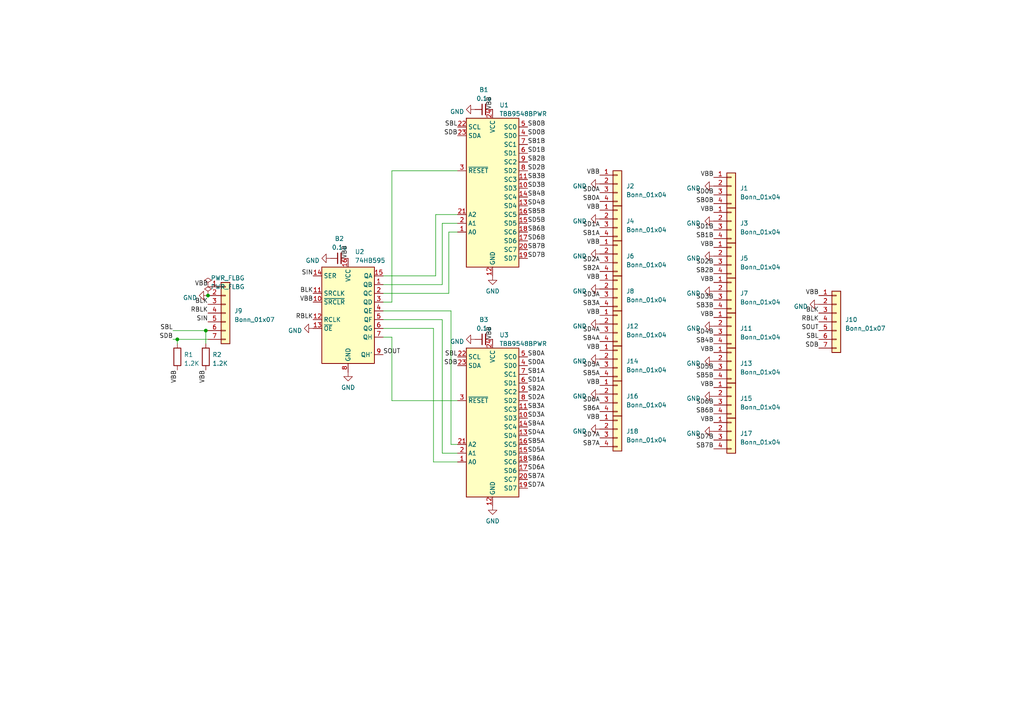
<source format=kicad_sch>
(kicad_sch (version 20230121) (generator eeschema)
  (paper "A4")
  (lib_symbols
    (symbol "74xx:74HC595"
      (property "Reference" "U" (at -7.62 13.97 0))
      (property "Value" "74HC595" (at -7.62 -16.51 0))
      (symbol "74HC595_1_0"
        (pin tri_state line (at 10.16 7.62 180) (length 2.54) (name "QB") (number "1"))
        (pin input line (at -10.16 2.54 0) (length 2.54) (name "~{SRCLR}") (number "10"))
        (pin input line (at -10.16 5.08 0) (length 2.54) (name "SRCLK") (number "11"))
        (pin input line (at -10.16 -2.54 0) (length 2.54) (name "RCLK") (number "12"))
        (pin input line (at -10.16 -5.08 0) (length 2.54) (name "~{OE}") (number "13"))
        (pin input line (at -10.16 10.16 0) (length 2.54) (name "SER") (number "14"))
        (pin tri_state line (at 10.16 10.16 180) (length 2.54) (name "QA") (number "15"))
        (pin power_in line (at 0 15.24 270) (length 2.54) (name "VCC") (number "16"))
        (pin tri_state line (at 10.16 5.08 180) (length 2.54) (name "QC") (number "2"))
        (pin tri_state line (at 10.16 2.54 180) (length 2.54) (name "QD") (number "3"))
        (pin tri_state line (at 10.16 0 180) (length 2.54) (name "QE") (number "4"))
        (pin tri_state line (at 10.16 -2.54 180) (length 2.54) (name "QF") (number "5"))
        (pin tri_state line (at 10.16 -5.08 180) (length 2.54) (name "QG") (number "6"))
        (pin tri_state line (at 10.16 -7.62 180) (length 2.54) (name "QH") (number "7"))
        (pin power_in line (at 0 -17.78 90) (length 2.54) (name "GND") (number "8"))
        (pin output line (at 10.16 -12.7 180) (length 2.54) (name "QH'") (number "9"))
      )
      (symbol "74HC595_1_1"
        (rectangle (start -7.62 12.7) (end 7.62 -15.24) (stroke (width 0.254)) (fill (type background)))
      )
    )
    (symbol "Connector_Generic:Conn_01x04" (pin_names (offset 1.016) hide)
      (property "Reference" "J" (at 0 5.08 0))
      (property "Value" "Conn_01x04" (at 0 -7.62 0))
      (symbol "Conn_01x04_1_1"
        (rectangle (start -1.27 -4.953) (end 0 -5.207) (stroke (width 0.1524)))
        (rectangle (start -1.27 -2.413) (end 0 -2.667) (stroke (width 0.1524)))
        (rectangle (start -1.27 0.127) (end 0 -0.127) (stroke (width 0.1524)))
        (rectangle (start -1.27 2.667) (end 0 2.413) (stroke (width 0.1524)))
        (rectangle (start -1.27 3.81) (end 1.27 -6.35) (stroke (width 0.254)) (fill (type background)))
        (pin passive line (at -5.08 2.54 0) (length 3.81) (name "Pin_1") (number "1"))
        (pin passive line (at -5.08 0 0) (length 3.81) (name "Pin_2") (number "2"))
        (pin passive line (at -5.08 -2.54 0) (length 3.81) (name "Pin_3") (number "3"))
        (pin passive line (at -5.08 -5.08 0) (length 3.81) (name "Pin_4") (number "4"))
      )
    )
    (symbol "Connector_Generic:Conn_01x07" (pin_names (offset 1.016) hide)
      (property "Reference" "J" (at 0 10.16 0))
      (property "Value" "Conn_01x07" (at 0 -10.16 0))
      (symbol "Conn_01x07_1_1"
        (rectangle (start -1.27 -7.493) (end 0 -7.747) (stroke (width 0.1524)))
        (rectangle (start -1.27 -4.953) (end 0 -5.207) (stroke (width 0.1524)))
        (rectangle (start -1.27 -2.413) (end 0 -2.667) (stroke (width 0.1524)))
        (rectangle (start -1.27 0.127) (end 0 -0.127) (stroke (width 0.1524)))
        (rectangle (start -1.27 2.667) (end 0 2.413) (stroke (width 0.1524)))
        (rectangle (start -1.27 5.207) (end 0 4.953) (stroke (width 0.1524)))
        (rectangle (start -1.27 7.747) (end 0 7.493) (stroke (width 0.1524)))
        (rectangle (start -1.27 8.89) (end 1.27 -8.89) (stroke (width 0.254)) (fill (type background)))
        (pin passive line (at -5.08 7.62 0) (length 3.81) (name "Pin_1") (number "1"))
        (pin passive line (at -5.08 5.08 0) (length 3.81) (name "Pin_2") (number "2"))
        (pin passive line (at -5.08 2.54 0) (length 3.81) (name "Pin_3") (number "3"))
        (pin passive line (at -5.08 0 0) (length 3.81) (name "Pin_4") (number "4"))
        (pin passive line (at -5.08 -2.54 0) (length 3.81) (name "Pin_5") (number "5"))
        (pin passive line (at -5.08 -5.08 0) (length 3.81) (name "Pin_6") (number "6"))
        (pin passive line (at -5.08 -7.62 0) (length 3.81) (name "Pin_7") (number "7"))
      )
    )
    (symbol "Device:C_Small" (pin_numbers hide) (pin_names (offset 0.254) hide)
      (property "Reference" "C" (at 0.254 1.778 0))
      (property "Value" "C_Small" (at 0.254 -2.032 0))
      (symbol "C_Small_0_1"
        (polyline (pts (xy -1.524 -0.508) (xy 1.524 -0.508)) (stroke (width 0.3302)))
        (polyline (pts (xy -1.524 0.508) (xy 1.524 0.508)) (stroke (width 0.3048)))
      )
      (symbol "C_Small_1_1"
        (pin passive line (at 0 2.54 270) (length 2.032) (name "~") (number "1"))
        (pin passive line (at 0 -2.54 90) (length 2.032) (name "~") (number "2"))
      )
    )
    (symbol "Device:R" (pin_numbers hide) (pin_names (offset 0))
      (property "Reference" "R" (at 2.032 0 90))
      (property "Value" "R" (at 0 0 90))
      (symbol "R_0_1"
        (rectangle (start -1.016 -2.54) (end 1.016 2.54) (stroke (width 0.254)))
      )
      (symbol "R_1_1"
        (pin passive line (at 0 3.81 270) (length 1.27) (name "~") (number "1"))
        (pin passive line (at 0 -3.81 90) (length 1.27) (name "~") (number "2"))
      )
    )
    (symbol "Interface_Expansion:TCA9548APWR"
      (property "Reference" "U" (at -7.62 21.59 0))
      (property "Value" "TCA9548APWR" (at 1.016 21.59 0))
      (symbol "TCA9548APWR_0_1"
        (rectangle (start -7.62 20.32) (end 7.62 -22.86) (stroke (width 0.254)) (fill (type background)))
      )
      (symbol "TCA9548APWR_1_1"
        (pin input line (at -10.16 -12.7 0) (length 2.54) (name "A0") (number "1"))
        (pin bidirectional line (at 10.16 0 180) (length 2.54) (name "SD3") (number "10"))
        (pin output line (at 10.16 2.54 180) (length 2.54) (name "SC3") (number "11"))
        (pin power_in line (at 0 -25.4 90) (length 2.54) (name "GND") (number "12"))
        (pin bidirectional line (at 10.16 -5.08 180) (length 2.54) (name "SD4") (number "13"))
        (pin output line (at 10.16 -2.54 180) (length 2.54) (name "SC4") (number "14"))
        (pin bidirectional line (at 10.16 -10.16 180) (length 2.54) (name "SD5") (number "15"))
        (pin output line (at 10.16 -7.62 180) (length 2.54) (name "SC5") (number "16"))
        (pin bidirectional line (at 10.16 -15.24 180) (length 2.54) (name "SD6") (number "17"))
        (pin output line (at 10.16 -12.7 180) (length 2.54) (name "SC6") (number "18"))
        (pin bidirectional line (at 10.16 -20.32 180) (length 2.54) (name "SD7") (number "19"))
        (pin input line (at -10.16 -10.16 0) (length 2.54) (name "A1") (number "2"))
        (pin output line (at 10.16 -17.78 180) (length 2.54) (name "SC7") (number "20"))
        (pin input line (at -10.16 -7.62 0) (length 2.54) (name "A2") (number "21"))
        (pin input line (at -10.16 17.78 0) (length 2.54) (name "SCL") (number "22"))
        (pin bidirectional line (at -10.16 15.24 0) (length 2.54) (name "SDA") (number "23"))
        (pin power_in line (at 0 22.86 270) (length 2.54) (name "VCC") (number "24"))
        (pin input line (at -10.16 5.08 0) (length 2.54) (name "~{RESET}") (number "3"))
        (pin bidirectional line (at 10.16 15.24 180) (length 2.54) (name "SD0") (number "4"))
        (pin output line (at 10.16 17.78 180) (length 2.54) (name "SC0") (number "5"))
        (pin bidirectional line (at 10.16 10.16 180) (length 2.54) (name "SD1") (number "6"))
        (pin output line (at 10.16 12.7 180) (length 2.54) (name "SC1") (number "7"))
        (pin bidirectional line (at 10.16 5.08 180) (length 2.54) (name "SD2") (number "8"))
        (pin output line (at 10.16 7.62 180) (length 2.54) (name "SC2") (number "9"))
      )
    )
    (symbol "power:GND" (power) (pin_names (offset 0))
      (property "Value" "GND" (at 0 -3.81 0))
      (symbol "GND_0_1"
        (polyline (pts (xy 0 0) (xy 0 -1.27) (xy 1.27 -1.27) (xy 0 -2.54) (xy -1.27 -1.27) (xy 0 -1.27)))
      )
      (symbol "GND_1_1"
        (pin power_in line (at 0 0 270) (length 0) hide (name "GND") (number "1"))
      )
    )
    (symbol "power:PWR_FLAG" (power) (pin_numbers hide) (pin_names (offset 0) hide)
      (property "Value" "PWR_FLAG" (at 0 3.81 0))
      (symbol "PWR_FLAG_0_0"
        (pin power_out line (at 0 0 90) (length 0) (name "pwr") (number "1"))
      )
      (symbol "PWR_FLAG_0_1"
        (polyline (pts (xy 0 0) (xy 0 1.27) (xy -1.016 1.905) (xy 0 2.54) (xy 1.016 1.905) (xy 0 1.27)))
      )
    )
  )
  (junction (at 51.435 98.425))
  (junction (at 60.325 85.725))
  (junction (at 59.69 95.885))
  (wire (pts (xy 113.665 97.79) (xy 111.125 97.79)))
  (wire (pts (xy 132.715 133.985) (xy 125.73 133.985)))
  (wire (pts (xy 113.665 116.205) (xy 113.665 97.79)))
  (wire (pts (xy 132.715 67.31) (xy 130.175 67.31)))
  (wire (pts (xy 111.125 80.01) (xy 126.365 80.01)))
  (wire (pts (xy 125.73 95.25) (xy 111.125 95.25)))
  (wire (pts (xy 51.435 99.695) (xy 51.435 98.425)))
  (wire (pts (xy 130.175 67.31) (xy 130.175 85.09)))
  (wire (pts (xy 51.435 98.425) (xy 50.165 98.425)))
  (wire (pts (xy 126.365 62.23) (xy 132.715 62.23)))
  (wire (pts (xy 132.715 116.205) (xy 113.665 116.205)))
  (wire (pts (xy 128.27 131.445) (xy 128.27 92.71)))
  (wire (pts (xy 128.27 82.55) (xy 128.27 64.77)))
  (wire (pts (xy 130.81 128.905) (xy 130.81 90.17)))
  (wire (pts (xy 132.715 131.445) (xy 128.27 131.445)))
  (wire (pts (xy 128.27 64.77) (xy 132.715 64.77)))
  (wire (pts (xy 113.665 49.53) (xy 113.665 87.63)))
  (wire (pts (xy 51.435 98.425) (xy 60.325 98.425)))
  (wire (pts (xy 132.715 128.905) (xy 130.81 128.905)))
  (wire (pts (xy 126.365 80.01) (xy 126.365 62.23)))
  (wire (pts (xy 125.73 133.985) (xy 125.73 95.25)))
  (wire (pts (xy 130.175 85.09) (xy 111.125 85.09)))
  (wire (pts (xy 132.715 49.53) (xy 113.665 49.53)))
  (wire (pts (xy 59.69 95.885) (xy 59.69 99.695)))
  (wire (pts (xy 59.69 95.885) (xy 60.325 95.885)))
  (wire (pts (xy 111.125 82.55) (xy 128.27 82.55)))
  (wire (pts (xy 113.665 87.63) (xy 111.125 87.63)))
  (wire (pts (xy 50.165 95.885) (xy 59.69 95.885)))
  (wire (pts (xy 128.27 92.71) (xy 111.125 92.71)))
  (wire (pts (xy 130.81 90.17) (xy 111.125 90.17)))
  (label "SB0B" (at 153.035 36.83 0))
  (label "VBB" (at 142.875 31.75 90))
  (label "SD3B" (at 153.035 54.61 0))
  (label "SBL" (at 132.715 36.83 180))
  (label "SD3B" (at 207.01 86.995 180))
  (label "SB4A" (at 153.035 123.825 0))
  (label "VBB" (at 142.875 98.425 90))
  (label "SD5B" (at 153.035 64.77 0))
  (label "VBB" (at 173.99 50.8 180))
  (label "SB1B" (at 153.035 41.91 0))
  (label "SB3B" (at 153.035 52.07 0))
  (label "SD7B" (at 207.01 127.635 180))
  (label "SD5B" (at 207.01 107.315 180))
  (label "SD7A" (at 153.035 141.605 0))
  (label "SD2B" (at 153.035 49.53 0))
  (label "SD5A" (at 173.99 106.68 180))
  (label "SB2A" (at 173.99 78.74 180))
  (label "VBB" (at 207.01 92.075 180))
  (label "SB5B" (at 207.01 109.855 180))
  (label "SB1A" (at 153.035 108.585 0))
  (label "RBLK" (at 90.805 92.71 180))
  (label "SB4B" (at 153.035 57.15 0))
  (label "SB5A" (at 153.035 128.905 0))
  (label "VBB" (at 173.99 91.44 180))
  (label "SB7B" (at 153.035 72.39 0))
  (label "BLK" (at 60.325 88.265 180))
  (label "SB6A" (at 153.035 133.985 0))
  (label "SB2A" (at 153.035 113.665 0))
  (label "SD0B" (at 207.01 56.515 180))
  (label "VBB" (at 59.69 107.315 270))
  (label "VBB" (at 51.435 107.315 270))
  (label "SD5A" (at 153.035 131.445 0))
  (label "SD7A" (at 173.99 127 180))
  (label "SB3B" (at 207.01 89.535 180))
  (label "SDB" (at 132.715 39.37 180))
  (label "SB2B" (at 153.035 46.99 0))
  (label "VBB" (at 173.99 81.28 180))
  (label "SDB" (at 237.49 100.965 180))
  (label "VBB" (at 100.965 74.93 90))
  (label "SB5B" (at 153.035 62.23 0))
  (label "SD0B" (at 153.035 39.37 0))
  (label "SIN" (at 90.805 80.01 180))
  (label "BLK" (at 90.805 85.09 180))
  (label "VBB" (at 207.01 112.395 180))
  (label "RBLK" (at 60.325 90.805 180))
  (label "VBB" (at 207.01 102.235 180))
  (label "SD4A" (at 173.99 96.52 180))
  (label "SD6A" (at 153.035 136.525 0))
  (label "SB2B" (at 207.01 79.375 180))
  (label "VBB" (at 207.01 71.755 180))
  (label "VBB" (at 173.99 101.6 180))
  (label "SB7A" (at 173.99 129.54 180))
  (label "SD0A" (at 173.99 55.88 180))
  (label "SB6B" (at 153.035 67.31 0))
  (label "SBL" (at 50.165 95.885 180))
  (label "SD6B" (at 153.035 69.85 0))
  (label "SB7B" (at 207.01 130.175 180))
  (label "SD2B" (at 207.01 76.835 180))
  (label "SB0A" (at 153.035 103.505 0))
  (label "SB5A" (at 173.99 109.22 180))
  (label "SB3A" (at 153.035 118.745 0))
  (label "SB4A" (at 173.99 99.06 180))
  (label "SD6A" (at 173.99 116.84 180))
  (label "SBL" (at 237.49 98.425 180))
  (label "VBB" (at 173.99 60.96 180))
  (label "VBB" (at 207.01 122.555 180))
  (label "SOUT" (at 111.125 102.87 0))
  (label "VBB" (at 237.49 85.725 180))
  (label "SD6B" (at 207.01 117.475 180))
  (label "SB1B" (at 207.01 69.215 180))
  (label "VBB" (at 90.805 87.63 180))
  (label "SB3A" (at 173.99 88.9 180))
  (label "SB7A" (at 153.035 139.065 0))
  (label "SB6A" (at 173.99 119.38 180))
  (label "SD3A" (at 173.99 86.36 180))
  (label "SB0A" (at 173.99 58.42 180))
  (label "SD1B" (at 153.035 44.45 0))
  (label "SB1A" (at 173.99 68.58 180))
  (label "BLK" (at 237.49 90.805 180))
  (label "SD2A" (at 173.99 76.2 180))
  (label "SD4A" (at 153.035 126.365 0))
  (label "SD4B" (at 207.01 97.155 180))
  (label "SD2A" (at 153.035 116.205 0))
  (label "SB4B" (at 207.01 99.695 180))
  (label "SIN" (at 60.325 93.345 180))
  (label "SD7B" (at 153.035 74.93 0))
  (label "VBB" (at 173.99 71.12 180))
  (label "VBB" (at 207.01 61.595 180))
  (label "SB6B" (at 207.01 120.015 180))
  (label "VBB" (at 207.01 51.435 180))
  (label "SB0B" (at 207.01 59.055 180))
  (label "SBL" (at 132.715 103.505 180))
  (label "SDB" (at 50.165 98.425 180))
  (label "VBB" (at 173.99 121.92 180))
  (label "SD1A" (at 153.035 111.125 0))
  (label "SD1A" (at 173.99 66.04 180))
  (label "VBB" (at 60.325 83.185 180))
  (label "SD0A" (at 153.035 106.045 0))
  (label "RBLK" (at 237.49 93.345 180))
  (label "SD4B" (at 153.035 59.69 0))
  (label "SD1B" (at 207.01 66.675 180))
  (label "SOUT" (at 237.49 95.885 180))
  (label "SDB" (at 132.715 106.045 180))
  (label "VBB" (at 173.99 111.76 180))
  (label "SD3A" (at 153.035 121.285 0))
  (label "VBB" (at 207.01 81.915 180))
  (symbol (lib_id "Connector_Generic:Conn_01x04") (at 212.09 64.135 0) (unit 1)
    (property "Reference" "J3" (at 214.63 64.77 0) (effects (justify left)))
    (property "Value" "Bonn_01x04" (at 214.63 67.31 0) (effects (justify left)))
  )
  (symbol (lib_id "Device:C_Small") (at 98.425 74.93 90) (unit 1)
    (property "Reference" "B2" (at 98.4313 69.215 90))
    (property "Value" "0.1u" (at 98.4313 71.755 90))
    (property "Footprint" "Capacitor_SMD:C_0402_1005Metric" (effects hide))
  )
  (symbol (lib_id "power:GND") (at 142.875 80.01 0) (unit 1)
    (property "Reference" "#PWR09" (effects hide))
    (property "Value" "GND" (at 142.875 84.455 0))
  )
  (symbol (lib_id "power:GND") (at 173.99 83.82 270) (unit 1)
    (property "Reference" "#PWR012" (effects hide))
    (property "Value" "GND" (at 170.18 84.455 90) (effects (justify right)))
  )
  (symbol (lib_id "Connector_Generic:Conn_01x04") (at 179.07 104.14 0) (unit 1)
    (property "Reference" "J14" (at 181.61 104.775 0) (effects (justify left)))
    (property "Value" "Bonn_01x04" (at 181.61 107.315 0) (effects (justify left)))
  )
  (symbol (lib_id "power:GND") (at 173.99 124.46 270) (unit 1)
    (property "Reference" "#PWR024" (effects hide))
    (property "Value" "GND" (at 170.18 125.095 90) (effects (justify right)))
  )
  (symbol (lib_id "power:GND") (at 137.795 31.75 270) (unit 1)
    (property "Reference" "#PWR01" (effects hide))
    (property "Value" "GND" (at 134.62 32.385 90) (effects (justify right)))
  )
  (symbol (lib_id "power:GND") (at 60.325 85.725 270) (unit 1)
    (property "Reference" "#PWR010" (effects hide))
    (property "Value" "GND" (at 57.15 86.36 90) (effects (justify right)))
  )
  (symbol (lib_id "power:GND") (at 207.01 74.295 270) (unit 1)
    (property "Reference" "#PWR07" (effects hide))
    (property "Value" "GND" (at 203.2 74.93 90) (effects (justify right)))
  )
  (symbol (lib_id "power:GND") (at 173.99 53.34 270) (unit 1)
    (property "Reference" "#PWR03" (effects hide))
    (property "Value" "GND" (at 170.18 53.975 90) (effects (justify right)))
  )
  (symbol (lib_id "Connector_Generic:Conn_01x04") (at 212.09 84.455 0) (unit 1)
    (property "Reference" "J7" (at 214.63 85.09 0) (effects (justify left)))
    (property "Value" "Bonn_01x04" (at 214.63 87.63 0) (effects (justify left)))
  )
  (symbol (lib_id "Device:R") (at 51.435 103.505 0) (unit 1)
    (property "Reference" "R1" (at 53.34 102.87 0) (effects (justify left)))
    (property "Value" "1.2K" (at 53.34 105.41 0) (effects (justify left)))
    (property "Footprint" "Resistor_SMD:R_0402_1005Metric" (effects hide))
  )
  (symbol (lib_id "Connector_Generic:Conn_01x04") (at 179.07 114.3 0) (unit 1)
    (property "Reference" "J16" (at 181.61 114.935 0) (effects (justify left)))
    (property "Value" "Bonn_01x04" (at 181.61 117.475 0) (effects (justify left)))
  )
  (symbol (lib_id "Connector_Generic:Conn_01x07") (at 242.57 93.345 0) (unit 1)
    (property "Reference" "J10" (at 245.11 92.71 0) (effects (justify left)))
    (property "Value" "Bonn_01x07" (at 245.11 95.25 0) (effects (justify left)))
  )
  (symbol (lib_id "Connector_Generic:Conn_01x04") (at 179.07 73.66 0) (unit 1)
    (property "Reference" "J6" (at 181.61 74.295 0) (effects (justify left)))
    (property "Value" "Bonn_01x04" (at 181.61 76.835 0) (effects (justify left)))
  )
  (symbol (lib_id "Connector_Generic:Conn_01x04") (at 212.09 104.775 0) (unit 1)
    (property "Reference" "J13" (at 214.63 105.41 0) (effects (justify left)))
    (property "Value" "Bonn_01x04" (at 214.63 107.95 0) (effects (justify left)))
  )
  (symbol (lib_id "power:GND") (at 173.99 63.5 270) (unit 1)
    (property "Reference" "#PWR05" (effects hide))
    (property "Value" "GND" (at 170.18 64.135 90) (effects (justify right)))
  )
  (symbol (lib_id "power:GND") (at 207.01 104.775 270) (unit 1)
    (property "Reference" "#PWR018" (effects hide))
    (property "Value" "GND" (at 203.2 105.41 90) (effects (justify right)))
  )
  (symbol (lib_id "power:GND") (at 207.01 53.975 270) (unit 1)
    (property "Reference" "#PWR02" (effects hide))
    (property "Value" "GND" (at 203.2 54.61 90) (effects (justify right)))
  )
  (symbol (lib_id "Connector_Generic:Conn_01x04") (at 212.09 125.095 0) (unit 1)
    (property "Reference" "J17" (at 214.63 125.73 0) (effects (justify left)))
    (property "Value" "Bonn_01x04" (at 214.63 128.27 0) (effects (justify left)))
  )
  (symbol (lib_id "Connector_Generic:Conn_01x04") (at 179.07 63.5 0) (unit 1)
    (property "Reference" "J4" (at 181.61 64.135 0) (effects (justify left)))
    (property "Value" "Bonn_01x04" (at 181.61 66.675 0) (effects (justify left)))
  )
  (symbol (lib_id "power:PWR_FLAG") (at 60.325 85.725 0) (unit 1)
    (property "Reference" "#FLG02" (effects hide))
    (property "Value" "PWR_FLBG" (at 66.04 83.185 0))
  )
  (symbol (lib_id "Connector_Generic:Conn_01x07") (at 65.405 90.805 0) (unit 1)
    (property "Reference" "J9" (at 67.945 90.17 0) (effects (justify left)))
    (property "Value" "Bonn_01x07" (at 67.945 92.71 0) (effects (justify left)))
  )
  (symbol (lib_id "power:GND") (at 207.01 94.615 270) (unit 1)
    (property "Reference" "#PWR015" (effects hide))
    (property "Value" "GND" (at 203.2 95.25 90) (effects (justify right)))
  )
  (symbol (lib_id "power:GND") (at 142.875 146.685 0) (unit 1)
    (property "Reference" "#PWR025" (effects hide))
    (property "Value" "GND" (at 142.875 151.13 0))
  )
  (symbol (lib_id "power:GND") (at 207.01 125.095 270) (unit 1)
    (property "Reference" "#PWR023" (effects hide))
    (property "Value" "GND" (at 203.2 125.73 90) (effects (justify right)))
  )
  (symbol (lib_id "power:GND") (at 173.99 73.66 270) (unit 1)
    (property "Reference" "#PWR08" (effects hide))
    (property "Value" "GND" (at 170.18 74.295 90) (effects (justify right)))
  )
  (symbol (lib_id "Interface_Expansion:TCA9548APWR") (at 142.875 54.61 0) (unit 1)
    (property "Reference" "U1" (at 144.8309 30.48 0) (effects (justify left)))
    (property "Value" "TBB9548BPWR" (at 144.8309 33.02 0) (effects (justify left)))
    (property "Footprint" "Package_SO:TSSOP-24_4.4x7.8mm_P0.65mm" (effects hide))
    (property "Datasheet" "http://www.ti.com/lit/ds/symlink/tca9548a.pdf" (effects hide))
  )
  (symbol (lib_id "power:GND") (at 207.01 64.135 270) (unit 1)
    (property "Reference" "#PWR04" (effects hide))
    (property "Value" "GND" (at 203.2 64.77 90) (effects (justify right)))
  )
  (symbol (lib_id "Connector_Generic:Conn_01x04") (at 179.07 83.82 0) (unit 1)
    (property "Reference" "J8" (at 181.61 84.455 0) (effects (justify left)))
    (property "Value" "Bonn_01x04" (at 181.61 86.995 0) (effects (justify left)))
  )
  (symbol (lib_id "power:GND") (at 173.99 104.14 270) (unit 1)
    (property "Reference" "#PWR019" (effects hide))
    (property "Value" "GND" (at 170.18 104.775 90) (effects (justify right)))
  )
  (symbol (lib_id "power:PWR_FLAG") (at 60.325 83.185 0) (unit 1)
    (property "Reference" "#FLG01" (effects hide))
    (property "Value" "PWR_FLBG" (at 66.04 80.645 0))
  )
  (symbol (lib_id "Connector_Generic:Conn_01x04") (at 179.07 124.46 0) (unit 1)
    (property "Reference" "J18" (at 181.61 125.095 0) (effects (justify left)))
    (property "Value" "Bonn_01x04" (at 181.61 127.635 0) (effects (justify left)))
  )
  (symbol (lib_id "power:GND") (at 207.01 84.455 270) (unit 1)
    (property "Reference" "#PWR011" (effects hide))
    (property "Value" "GND" (at 203.2 85.09 90) (effects (justify right)))
  )
  (symbol (lib_id "Connector_Generic:Conn_01x04") (at 212.09 114.935 0) (unit 1)
    (property "Reference" "J15" (at 214.63 115.57 0) (effects (justify left)))
    (property "Value" "Bonn_01x04" (at 214.63 118.11 0) (effects (justify left)))
  )
  (symbol (lib_id "Connector_Generic:Conn_01x04") (at 212.09 74.295 0) (unit 1)
    (property "Reference" "J5" (at 214.63 74.93 0) (effects (justify left)))
    (property "Value" "Bonn_01x04" (at 214.63 77.47 0) (effects (justify left)))
  )
  (symbol (lib_id "power:GND") (at 90.805 95.25 270) (unit 1)
    (property "Reference" "#PWR014" (effects hide))
    (property "Value" "GND" (at 87.63 95.885 90) (effects (justify right)))
  )
  (symbol (lib_id "Connector_Generic:Conn_01x04") (at 212.09 94.615 0) (unit 1)
    (property "Reference" "J11" (at 214.63 95.25 0) (effects (justify left)))
    (property "Value" "Bonn_01x04" (at 214.63 97.79 0) (effects (justify left)))
  )
  (symbol (lib_id "Connector_Generic:Conn_01x04") (at 179.07 93.98 0) (unit 1)
    (property "Reference" "J12" (at 181.61 94.615 0) (effects (justify left)))
    (property "Value" "Bonn_01x04" (at 181.61 97.155 0) (effects (justify left)))
  )
  (symbol (lib_id "power:GND") (at 100.965 107.95 0) (unit 1)
    (property "Reference" "#PWR020" (effects hide))
    (property "Value" "GND" (at 100.965 112.395 0))
  )
  (symbol (lib_id "Connector_Generic:Conn_01x04") (at 179.07 53.34 0) (unit 1)
    (property "Reference" "J2" (at 181.61 53.975 0) (effects (justify left)))
    (property "Value" "Bonn_01x04" (at 181.61 56.515 0) (effects (justify left)))
  )
  (symbol (lib_id "power:GND") (at 95.885 74.93 270) (unit 1)
    (property "Reference" "#PWR06" (effects hide))
    (property "Value" "GND" (at 92.71 75.565 90) (effects (justify right)))
  )
  (symbol (lib_id "power:GND") (at 137.795 98.425 270) (unit 1)
    (property "Reference" "#PWR017" (effects hide))
    (property "Value" "GND" (at 134.62 99.06 90) (effects (justify right)))
  )
  (symbol (lib_id "Connector_Generic:Conn_01x04") (at 212.09 53.975 0) (unit 1)
    (property "Reference" "J1" (at 214.63 54.61 0) (effects (justify left)))
    (property "Value" "Bonn_01x04" (at 214.63 57.15 0) (effects (justify left)))
  )
  (symbol (lib_id "74xx:74HC595") (at 100.965 90.17 0) (unit 1)
    (property "Reference" "U2" (at 102.9209 73.025 0) (effects (justify left)))
    (property "Value" "74HB595" (at 102.9209 75.565 0) (effects (justify left)))
    (property "Footprint" "Package_SO:TSSOP-16_4.4x5mm_P0.65mm" (effects hide))
    (property "Datasheet" "http://www.ti.com/lit/ds/symlink/sn74hc595.pdf" (effects hide))
  )
  (symbol (lib_id "Interface_Expansion:TCA9548APWR") (at 142.875 121.285 0) (unit 1)
    (property "Reference" "U3" (at 144.8309 97.155 0) (effects (justify left)))
    (property "Value" "TBB9548BPWR" (at 144.8309 99.695 0) (effects (justify left)))
    (property "Footprint" "Package_SO:TSSOP-24_4.4x7.8mm_P0.65mm" (effects hide))
    (property "Datasheet" "http://www.ti.com/lit/ds/symlink/tca9548a.pdf" (effects hide))
  )
  (symbol (lib_id "Device:C_Small") (at 140.335 98.425 90) (unit 1)
    (property "Reference" "B3" (at 140.3413 92.71 90))
    (property "Value" "0.1u" (at 140.3413 95.25 90))
    (property "Footprint" "Capacitor_SMD:C_0402_1005Metric" (effects hide))
  )
  (symbol (lib_id "power:GND") (at 173.99 93.98 270) (unit 1)
    (property "Reference" "#PWR016" (effects hide))
    (property "Value" "GND" (at 170.18 94.615 90) (effects (justify right)))
  )
  (symbol (lib_id "power:GND") (at 173.99 114.3 270) (unit 1)
    (property "Reference" "#PWR022" (effects hide))
    (property "Value" "GND" (at 170.18 114.935 90) (effects (justify right)))
  )
  (symbol (lib_id "Device:C_Small") (at 140.335 31.75 90) (unit 1)
    (property "Reference" "B1" (at 140.3413 26.035 90))
    (property "Value" "0.1u" (at 140.3413 28.575 90))
    (property "Footprint" "Capacitor_SMD:C_0402_1005Metric" (effects hide))
  )
  (symbol (lib_id "power:GND") (at 237.49 88.265 270) (unit 1)
    (property "Reference" "#PWR013" (effects hide))
    (property "Value" "GND" (at 234.315 88.9 90) (effects (justify right)))
  )
  (symbol (lib_id "power:GND") (at 207.01 114.935 270) (unit 1)
    (property "Reference" "#PWR021" (effects hide))
    (property "Value" "GND" (at 203.2 115.57 90) (effects (justify right)))
  )
  (symbol (lib_id "Device:R") (at 59.69 103.505 0) (unit 1)
    (property "Reference" "R2" (at 61.595 102.87 0) (effects (justify left)))
    (property "Value" "1.2K" (at 61.595 105.41 0) (effects (justify left)))
    (property "Footprint" "Resistor_SMD:R_0402_1005Metric" (effects hide))
  )
)
</source>
